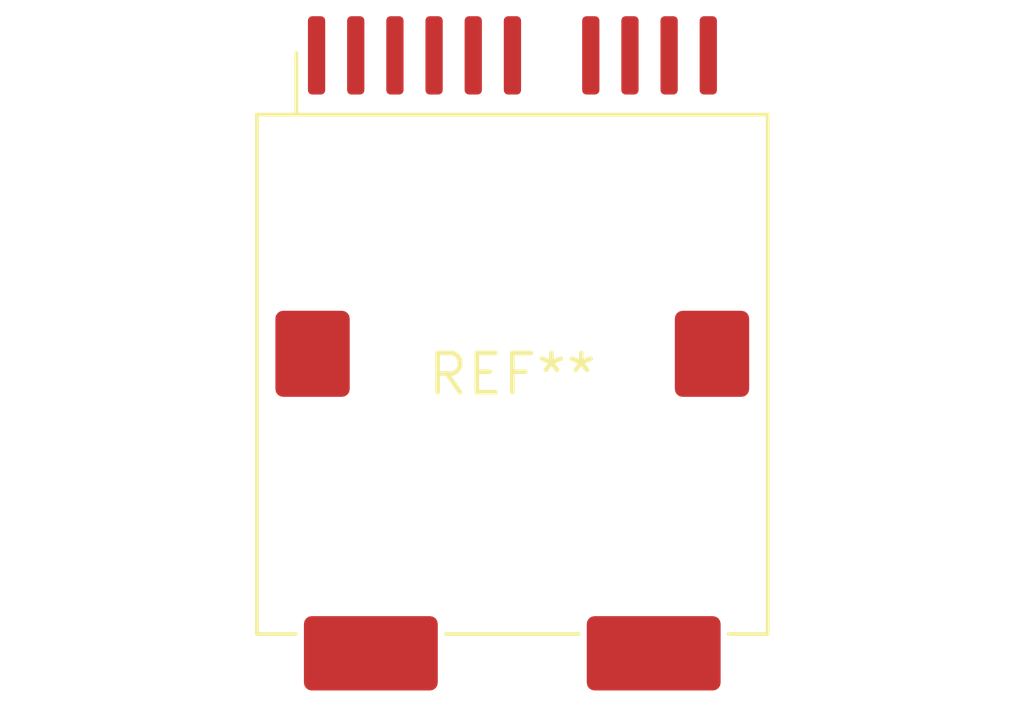
<source format=kicad_pcb>
(kicad_pcb (version 20240108) (generator pcbnew)
  (layers (0 "F.Cu" signal) (31 "B.Cu" signal) (34 "B.Paste" user) (35 "F.Paste" user) (36 "B.SilkS" user "B.Silkscreen") (37 "F.SilkS" user "F.Silkscreen") (38 "B.Mask" user) (39 "F.Mask" user) (44 "Edge.Cuts" user))
  (net 0 "")
  (footprint "RJ45_Bel_V895-1001-AW_Vertical" (layer "F.Cu") (at 0 0)
    (property "Reference" "REF**")
    (property "Value" "RJ45_Bel_V895-1001-AW_Vertical")
    (fp_line (start -8.28 -8.42) (end 8.28 -8.42) (layer "F.SilkS") (stroke (width 0.12)))
    (fp_line (start -8.28 8.42) (end -8.28 -8.42) (layer "F.SilkS") (stroke (width 0.12)))
    (fp_line (start -7.015 8.42) (end -8.28 8.42) (layer "F.SilkS") (stroke (width 0.12)))
    (fp_line (start -7 -10.42) (end -7 -8.42) (layer "F.SilkS") (stroke (width 0.12)))
    (fp_line (start 2.155 8.42) (end -2.155 8.42) (layer "F.SilkS") (stroke (width 0.12)))
    (fp_line (start 8.28 -8.42) (end 8.28 8.42) (layer "F.SilkS") (stroke (width 0.12)))
    (fp_line (start 8.28 8.42) (end 7.015 8.42) (layer "F.SilkS") (stroke (width 0.12)))
    (pad "" np_thru_hole circle (at -5.715 2.99) (size 3.17 3.17) (drill 3.17) (layers F&B.Cu *.Mask))
    (pad "" np_thru_hole circle (at 5.715 2.99) (size 3.17 3.17) (drill 3.17) (layers F&B.Cu *.Mask))
    (pad "1" smd roundrect (at -6.345 -10.34) (size 0.56 2.54) (layers "F.Cu" "F.Paste" "F.Mask"))
    (pad "2" smd roundrect (at -5.075 -10.34) (size 0.56 2.54) (layers "F.Cu" "F.Paste" "F.Mask"))
    (pad "3" smd roundrect (at -3.805 -10.34) (size 0.56 2.54) (layers "F.Cu" "F.Paste" "F.Mask"))
    (pad "4" smd roundrect (at -2.535 -10.34) (size 0.56 2.54) (layers "F.Cu" "F.Paste" "F.Mask"))
    (pad "5" smd roundrect (at -1.265 -10.34) (size 0.56 2.54) (layers "F.Cu" "F.Paste" "F.Mask"))
    (pad "6" smd roundrect (at 0.005 -10.34) (size 0.56 2.54) (layers "F.Cu" "F.Paste" "F.Mask"))
    (pad "7" smd roundrect (at 2.545 -10.34) (size 0.56 2.54) (layers "F.Cu" "F.Paste" "F.Mask"))
    (pad "8" smd roundrect (at 3.815 -10.34) (size 0.56 2.54) (layers "F.Cu" "F.Paste" "F.Mask"))
    (pad "9" smd roundrect (at 5.085 -10.34) (size 0.56 2.54) (layers "F.Cu" "F.Paste" "F.Mask"))
    (pad "10" smd roundrect (at 6.355 -10.34) (size 0.56 2.54) (layers "F.Cu" "F.Paste" "F.Mask"))
    (pad "MP" smd roundrect (at -6.475 -0.665) (size 2.41 2.79) (layers "F.Cu" "F.Paste" "F.Mask") (roundrect_rratio 0.1037344398))
    (pad "MP" smd roundrect (at -4.585 9.045) (size 4.34 2.41) (layers "F.Cu" "F.Paste" "F.Mask") (roundrect_rratio 0.1037344398))
    (pad "MP" smd roundrect (at 4.585 9.045) (size 4.34 2.41) (layers "F.Cu" "F.Paste" "F.Mask") (roundrect_rratio 0.1037344398))
    (pad "MP" smd roundrect (at 6.475 -0.665) (size 2.41 2.79) (layers "F.Cu" "F.Paste" "F.Mask") (roundrect_rratio 0.1037344398))
  )
)
</source>
